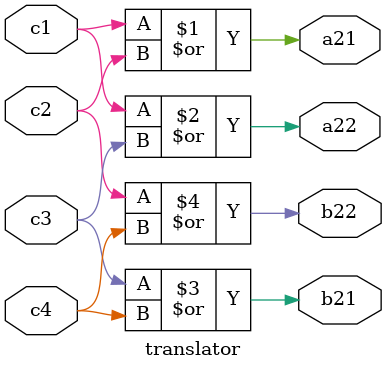
<source format=v>
module translator(
output a21, a22, b21, b22,
input c1, c2, c3, c4
);

or o1(a21, c1, c2);
or o2(a22, c1, c3);
or o3(b21, c3, c4);
or o4(b22, c2, c4);

endmodule

</source>
